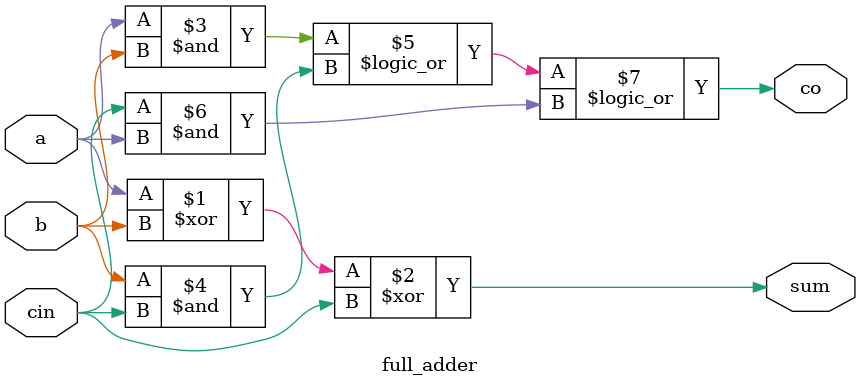
<source format=v>
module full_adder(input a,b,cin,
                  output sum,co);
                  
assign sum=a^b^cin;
assign co=((a&b)||(b&cin)||(cin&a));                 
endmodule

</source>
